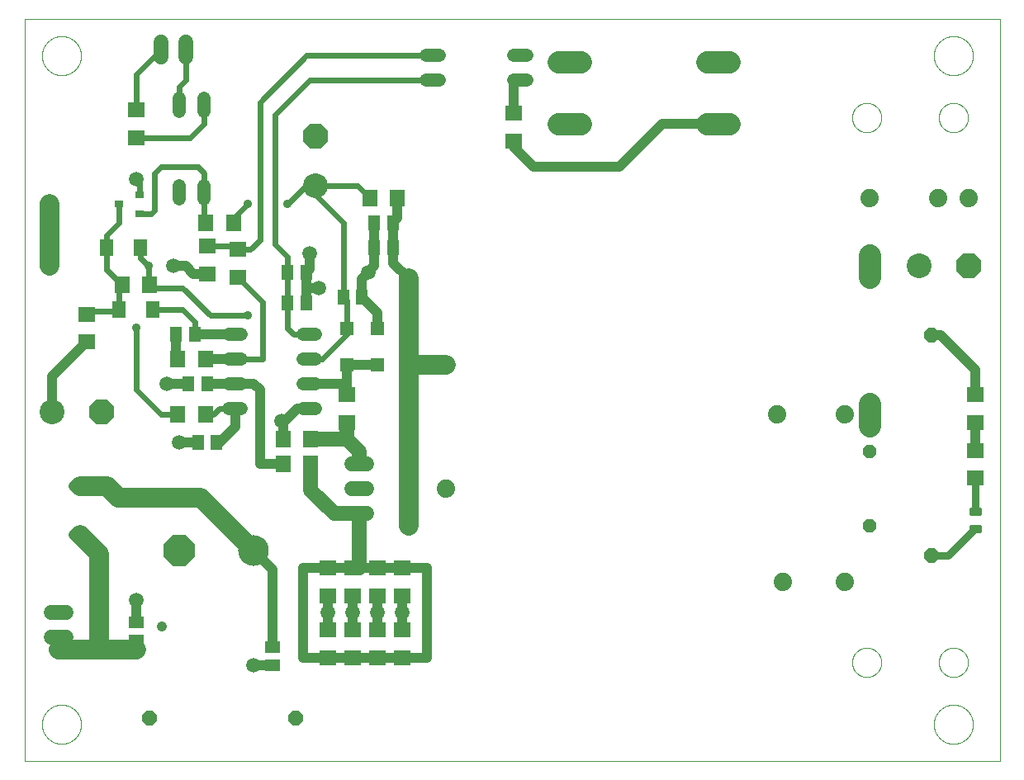
<source format=gtl>
G75*
%MOIN*%
%OFA0B0*%
%FSLAX25Y25*%
%IPPOS*%
%LPD*%
%AMOC8*
5,1,8,0,0,1.08239X$1,22.5*
%
%ADD10C,0.00000*%
%ADD11C,0.08850*%
%ADD12R,0.07098X0.06299*%
%ADD13C,0.05200*%
%ADD14R,0.05118X0.05906*%
%ADD15R,0.06299X0.07098*%
%ADD16C,0.10000*%
%ADD17OC8,0.10000*%
%ADD18R,0.05512X0.05512*%
%ADD19C,0.06000*%
%ADD20R,0.05512X0.07087*%
%ADD21R,0.03543X0.03150*%
%ADD22C,0.04756*%
%ADD23OC8,0.12400*%
%ADD24C,0.12400*%
%ADD25R,0.05906X0.05118*%
%ADD26OC8,0.06000*%
%ADD27OC8,0.05600*%
%ADD28C,0.07400*%
%ADD29C,0.00875*%
%ADD30C,0.05937*%
%ADD31C,0.04000*%
%ADD32C,0.05906*%
%ADD33C,0.03937*%
%ADD34C,0.02400*%
%ADD35C,0.04100*%
%ADD36C,0.07874*%
%ADD37C,0.03569*%
%ADD38C,0.03150*%
D10*
X0014325Y0003000D02*
X0014325Y0302961D01*
X0408026Y0302961D01*
X0408026Y0003000D01*
X0014325Y0003000D01*
X0021451Y0018000D02*
X0021453Y0018193D01*
X0021460Y0018386D01*
X0021472Y0018579D01*
X0021489Y0018772D01*
X0021510Y0018964D01*
X0021536Y0019155D01*
X0021567Y0019346D01*
X0021602Y0019536D01*
X0021642Y0019725D01*
X0021687Y0019913D01*
X0021736Y0020100D01*
X0021790Y0020286D01*
X0021848Y0020470D01*
X0021911Y0020653D01*
X0021979Y0020834D01*
X0022050Y0021013D01*
X0022127Y0021191D01*
X0022207Y0021367D01*
X0022292Y0021540D01*
X0022381Y0021712D01*
X0022474Y0021881D01*
X0022571Y0022048D01*
X0022673Y0022213D01*
X0022778Y0022375D01*
X0022887Y0022534D01*
X0023001Y0022691D01*
X0023118Y0022844D01*
X0023238Y0022995D01*
X0023363Y0023143D01*
X0023491Y0023288D01*
X0023622Y0023429D01*
X0023757Y0023568D01*
X0023896Y0023703D01*
X0024037Y0023834D01*
X0024182Y0023962D01*
X0024330Y0024087D01*
X0024481Y0024207D01*
X0024634Y0024324D01*
X0024791Y0024438D01*
X0024950Y0024547D01*
X0025112Y0024652D01*
X0025277Y0024754D01*
X0025444Y0024851D01*
X0025613Y0024944D01*
X0025785Y0025033D01*
X0025958Y0025118D01*
X0026134Y0025198D01*
X0026312Y0025275D01*
X0026491Y0025346D01*
X0026672Y0025414D01*
X0026855Y0025477D01*
X0027039Y0025535D01*
X0027225Y0025589D01*
X0027412Y0025638D01*
X0027600Y0025683D01*
X0027789Y0025723D01*
X0027979Y0025758D01*
X0028170Y0025789D01*
X0028361Y0025815D01*
X0028553Y0025836D01*
X0028746Y0025853D01*
X0028939Y0025865D01*
X0029132Y0025872D01*
X0029325Y0025874D01*
X0029518Y0025872D01*
X0029711Y0025865D01*
X0029904Y0025853D01*
X0030097Y0025836D01*
X0030289Y0025815D01*
X0030480Y0025789D01*
X0030671Y0025758D01*
X0030861Y0025723D01*
X0031050Y0025683D01*
X0031238Y0025638D01*
X0031425Y0025589D01*
X0031611Y0025535D01*
X0031795Y0025477D01*
X0031978Y0025414D01*
X0032159Y0025346D01*
X0032338Y0025275D01*
X0032516Y0025198D01*
X0032692Y0025118D01*
X0032865Y0025033D01*
X0033037Y0024944D01*
X0033206Y0024851D01*
X0033373Y0024754D01*
X0033538Y0024652D01*
X0033700Y0024547D01*
X0033859Y0024438D01*
X0034016Y0024324D01*
X0034169Y0024207D01*
X0034320Y0024087D01*
X0034468Y0023962D01*
X0034613Y0023834D01*
X0034754Y0023703D01*
X0034893Y0023568D01*
X0035028Y0023429D01*
X0035159Y0023288D01*
X0035287Y0023143D01*
X0035412Y0022995D01*
X0035532Y0022844D01*
X0035649Y0022691D01*
X0035763Y0022534D01*
X0035872Y0022375D01*
X0035977Y0022213D01*
X0036079Y0022048D01*
X0036176Y0021881D01*
X0036269Y0021712D01*
X0036358Y0021540D01*
X0036443Y0021367D01*
X0036523Y0021191D01*
X0036600Y0021013D01*
X0036671Y0020834D01*
X0036739Y0020653D01*
X0036802Y0020470D01*
X0036860Y0020286D01*
X0036914Y0020100D01*
X0036963Y0019913D01*
X0037008Y0019725D01*
X0037048Y0019536D01*
X0037083Y0019346D01*
X0037114Y0019155D01*
X0037140Y0018964D01*
X0037161Y0018772D01*
X0037178Y0018579D01*
X0037190Y0018386D01*
X0037197Y0018193D01*
X0037199Y0018000D01*
X0037197Y0017807D01*
X0037190Y0017614D01*
X0037178Y0017421D01*
X0037161Y0017228D01*
X0037140Y0017036D01*
X0037114Y0016845D01*
X0037083Y0016654D01*
X0037048Y0016464D01*
X0037008Y0016275D01*
X0036963Y0016087D01*
X0036914Y0015900D01*
X0036860Y0015714D01*
X0036802Y0015530D01*
X0036739Y0015347D01*
X0036671Y0015166D01*
X0036600Y0014987D01*
X0036523Y0014809D01*
X0036443Y0014633D01*
X0036358Y0014460D01*
X0036269Y0014288D01*
X0036176Y0014119D01*
X0036079Y0013952D01*
X0035977Y0013787D01*
X0035872Y0013625D01*
X0035763Y0013466D01*
X0035649Y0013309D01*
X0035532Y0013156D01*
X0035412Y0013005D01*
X0035287Y0012857D01*
X0035159Y0012712D01*
X0035028Y0012571D01*
X0034893Y0012432D01*
X0034754Y0012297D01*
X0034613Y0012166D01*
X0034468Y0012038D01*
X0034320Y0011913D01*
X0034169Y0011793D01*
X0034016Y0011676D01*
X0033859Y0011562D01*
X0033700Y0011453D01*
X0033538Y0011348D01*
X0033373Y0011246D01*
X0033206Y0011149D01*
X0033037Y0011056D01*
X0032865Y0010967D01*
X0032692Y0010882D01*
X0032516Y0010802D01*
X0032338Y0010725D01*
X0032159Y0010654D01*
X0031978Y0010586D01*
X0031795Y0010523D01*
X0031611Y0010465D01*
X0031425Y0010411D01*
X0031238Y0010362D01*
X0031050Y0010317D01*
X0030861Y0010277D01*
X0030671Y0010242D01*
X0030480Y0010211D01*
X0030289Y0010185D01*
X0030097Y0010164D01*
X0029904Y0010147D01*
X0029711Y0010135D01*
X0029518Y0010128D01*
X0029325Y0010126D01*
X0029132Y0010128D01*
X0028939Y0010135D01*
X0028746Y0010147D01*
X0028553Y0010164D01*
X0028361Y0010185D01*
X0028170Y0010211D01*
X0027979Y0010242D01*
X0027789Y0010277D01*
X0027600Y0010317D01*
X0027412Y0010362D01*
X0027225Y0010411D01*
X0027039Y0010465D01*
X0026855Y0010523D01*
X0026672Y0010586D01*
X0026491Y0010654D01*
X0026312Y0010725D01*
X0026134Y0010802D01*
X0025958Y0010882D01*
X0025785Y0010967D01*
X0025613Y0011056D01*
X0025444Y0011149D01*
X0025277Y0011246D01*
X0025112Y0011348D01*
X0024950Y0011453D01*
X0024791Y0011562D01*
X0024634Y0011676D01*
X0024481Y0011793D01*
X0024330Y0011913D01*
X0024182Y0012038D01*
X0024037Y0012166D01*
X0023896Y0012297D01*
X0023757Y0012432D01*
X0023622Y0012571D01*
X0023491Y0012712D01*
X0023363Y0012857D01*
X0023238Y0013005D01*
X0023118Y0013156D01*
X0023001Y0013309D01*
X0022887Y0013466D01*
X0022778Y0013625D01*
X0022673Y0013787D01*
X0022571Y0013952D01*
X0022474Y0014119D01*
X0022381Y0014288D01*
X0022292Y0014460D01*
X0022207Y0014633D01*
X0022127Y0014809D01*
X0022050Y0014987D01*
X0021979Y0015166D01*
X0021911Y0015347D01*
X0021848Y0015530D01*
X0021790Y0015714D01*
X0021736Y0015900D01*
X0021687Y0016087D01*
X0021642Y0016275D01*
X0021602Y0016464D01*
X0021567Y0016654D01*
X0021536Y0016845D01*
X0021510Y0017036D01*
X0021489Y0017228D01*
X0021472Y0017421D01*
X0021460Y0017614D01*
X0021453Y0017807D01*
X0021451Y0018000D01*
X0348419Y0043000D02*
X0348421Y0043153D01*
X0348427Y0043307D01*
X0348437Y0043460D01*
X0348451Y0043612D01*
X0348469Y0043765D01*
X0348491Y0043916D01*
X0348516Y0044067D01*
X0348546Y0044218D01*
X0348580Y0044368D01*
X0348617Y0044516D01*
X0348658Y0044664D01*
X0348703Y0044810D01*
X0348752Y0044956D01*
X0348805Y0045100D01*
X0348861Y0045242D01*
X0348921Y0045383D01*
X0348985Y0045523D01*
X0349052Y0045661D01*
X0349123Y0045797D01*
X0349198Y0045931D01*
X0349275Y0046063D01*
X0349357Y0046193D01*
X0349441Y0046321D01*
X0349529Y0046447D01*
X0349620Y0046570D01*
X0349714Y0046691D01*
X0349812Y0046809D01*
X0349912Y0046925D01*
X0350016Y0047038D01*
X0350122Y0047149D01*
X0350231Y0047257D01*
X0350343Y0047362D01*
X0350457Y0047463D01*
X0350575Y0047562D01*
X0350694Y0047658D01*
X0350816Y0047751D01*
X0350941Y0047840D01*
X0351068Y0047927D01*
X0351197Y0048009D01*
X0351328Y0048089D01*
X0351461Y0048165D01*
X0351596Y0048238D01*
X0351733Y0048307D01*
X0351872Y0048372D01*
X0352012Y0048434D01*
X0352154Y0048492D01*
X0352297Y0048547D01*
X0352442Y0048598D01*
X0352588Y0048645D01*
X0352735Y0048688D01*
X0352883Y0048727D01*
X0353032Y0048763D01*
X0353182Y0048794D01*
X0353333Y0048822D01*
X0353484Y0048846D01*
X0353637Y0048866D01*
X0353789Y0048882D01*
X0353942Y0048894D01*
X0354095Y0048902D01*
X0354248Y0048906D01*
X0354402Y0048906D01*
X0354555Y0048902D01*
X0354708Y0048894D01*
X0354861Y0048882D01*
X0355013Y0048866D01*
X0355166Y0048846D01*
X0355317Y0048822D01*
X0355468Y0048794D01*
X0355618Y0048763D01*
X0355767Y0048727D01*
X0355915Y0048688D01*
X0356062Y0048645D01*
X0356208Y0048598D01*
X0356353Y0048547D01*
X0356496Y0048492D01*
X0356638Y0048434D01*
X0356778Y0048372D01*
X0356917Y0048307D01*
X0357054Y0048238D01*
X0357189Y0048165D01*
X0357322Y0048089D01*
X0357453Y0048009D01*
X0357582Y0047927D01*
X0357709Y0047840D01*
X0357834Y0047751D01*
X0357956Y0047658D01*
X0358075Y0047562D01*
X0358193Y0047463D01*
X0358307Y0047362D01*
X0358419Y0047257D01*
X0358528Y0047149D01*
X0358634Y0047038D01*
X0358738Y0046925D01*
X0358838Y0046809D01*
X0358936Y0046691D01*
X0359030Y0046570D01*
X0359121Y0046447D01*
X0359209Y0046321D01*
X0359293Y0046193D01*
X0359375Y0046063D01*
X0359452Y0045931D01*
X0359527Y0045797D01*
X0359598Y0045661D01*
X0359665Y0045523D01*
X0359729Y0045383D01*
X0359789Y0045242D01*
X0359845Y0045100D01*
X0359898Y0044956D01*
X0359947Y0044810D01*
X0359992Y0044664D01*
X0360033Y0044516D01*
X0360070Y0044368D01*
X0360104Y0044218D01*
X0360134Y0044067D01*
X0360159Y0043916D01*
X0360181Y0043765D01*
X0360199Y0043612D01*
X0360213Y0043460D01*
X0360223Y0043307D01*
X0360229Y0043153D01*
X0360231Y0043000D01*
X0360229Y0042847D01*
X0360223Y0042693D01*
X0360213Y0042540D01*
X0360199Y0042388D01*
X0360181Y0042235D01*
X0360159Y0042084D01*
X0360134Y0041933D01*
X0360104Y0041782D01*
X0360070Y0041632D01*
X0360033Y0041484D01*
X0359992Y0041336D01*
X0359947Y0041190D01*
X0359898Y0041044D01*
X0359845Y0040900D01*
X0359789Y0040758D01*
X0359729Y0040617D01*
X0359665Y0040477D01*
X0359598Y0040339D01*
X0359527Y0040203D01*
X0359452Y0040069D01*
X0359375Y0039937D01*
X0359293Y0039807D01*
X0359209Y0039679D01*
X0359121Y0039553D01*
X0359030Y0039430D01*
X0358936Y0039309D01*
X0358838Y0039191D01*
X0358738Y0039075D01*
X0358634Y0038962D01*
X0358528Y0038851D01*
X0358419Y0038743D01*
X0358307Y0038638D01*
X0358193Y0038537D01*
X0358075Y0038438D01*
X0357956Y0038342D01*
X0357834Y0038249D01*
X0357709Y0038160D01*
X0357582Y0038073D01*
X0357453Y0037991D01*
X0357322Y0037911D01*
X0357189Y0037835D01*
X0357054Y0037762D01*
X0356917Y0037693D01*
X0356778Y0037628D01*
X0356638Y0037566D01*
X0356496Y0037508D01*
X0356353Y0037453D01*
X0356208Y0037402D01*
X0356062Y0037355D01*
X0355915Y0037312D01*
X0355767Y0037273D01*
X0355618Y0037237D01*
X0355468Y0037206D01*
X0355317Y0037178D01*
X0355166Y0037154D01*
X0355013Y0037134D01*
X0354861Y0037118D01*
X0354708Y0037106D01*
X0354555Y0037098D01*
X0354402Y0037094D01*
X0354248Y0037094D01*
X0354095Y0037098D01*
X0353942Y0037106D01*
X0353789Y0037118D01*
X0353637Y0037134D01*
X0353484Y0037154D01*
X0353333Y0037178D01*
X0353182Y0037206D01*
X0353032Y0037237D01*
X0352883Y0037273D01*
X0352735Y0037312D01*
X0352588Y0037355D01*
X0352442Y0037402D01*
X0352297Y0037453D01*
X0352154Y0037508D01*
X0352012Y0037566D01*
X0351872Y0037628D01*
X0351733Y0037693D01*
X0351596Y0037762D01*
X0351461Y0037835D01*
X0351328Y0037911D01*
X0351197Y0037991D01*
X0351068Y0038073D01*
X0350941Y0038160D01*
X0350816Y0038249D01*
X0350694Y0038342D01*
X0350575Y0038438D01*
X0350457Y0038537D01*
X0350343Y0038638D01*
X0350231Y0038743D01*
X0350122Y0038851D01*
X0350016Y0038962D01*
X0349912Y0039075D01*
X0349812Y0039191D01*
X0349714Y0039309D01*
X0349620Y0039430D01*
X0349529Y0039553D01*
X0349441Y0039679D01*
X0349357Y0039807D01*
X0349275Y0039937D01*
X0349198Y0040069D01*
X0349123Y0040203D01*
X0349052Y0040339D01*
X0348985Y0040477D01*
X0348921Y0040617D01*
X0348861Y0040758D01*
X0348805Y0040900D01*
X0348752Y0041044D01*
X0348703Y0041190D01*
X0348658Y0041336D01*
X0348617Y0041484D01*
X0348580Y0041632D01*
X0348546Y0041782D01*
X0348516Y0041933D01*
X0348491Y0042084D01*
X0348469Y0042235D01*
X0348451Y0042388D01*
X0348437Y0042540D01*
X0348427Y0042693D01*
X0348421Y0042847D01*
X0348419Y0043000D01*
X0383419Y0043000D02*
X0383421Y0043153D01*
X0383427Y0043307D01*
X0383437Y0043460D01*
X0383451Y0043612D01*
X0383469Y0043765D01*
X0383491Y0043916D01*
X0383516Y0044067D01*
X0383546Y0044218D01*
X0383580Y0044368D01*
X0383617Y0044516D01*
X0383658Y0044664D01*
X0383703Y0044810D01*
X0383752Y0044956D01*
X0383805Y0045100D01*
X0383861Y0045242D01*
X0383921Y0045383D01*
X0383985Y0045523D01*
X0384052Y0045661D01*
X0384123Y0045797D01*
X0384198Y0045931D01*
X0384275Y0046063D01*
X0384357Y0046193D01*
X0384441Y0046321D01*
X0384529Y0046447D01*
X0384620Y0046570D01*
X0384714Y0046691D01*
X0384812Y0046809D01*
X0384912Y0046925D01*
X0385016Y0047038D01*
X0385122Y0047149D01*
X0385231Y0047257D01*
X0385343Y0047362D01*
X0385457Y0047463D01*
X0385575Y0047562D01*
X0385694Y0047658D01*
X0385816Y0047751D01*
X0385941Y0047840D01*
X0386068Y0047927D01*
X0386197Y0048009D01*
X0386328Y0048089D01*
X0386461Y0048165D01*
X0386596Y0048238D01*
X0386733Y0048307D01*
X0386872Y0048372D01*
X0387012Y0048434D01*
X0387154Y0048492D01*
X0387297Y0048547D01*
X0387442Y0048598D01*
X0387588Y0048645D01*
X0387735Y0048688D01*
X0387883Y0048727D01*
X0388032Y0048763D01*
X0388182Y0048794D01*
X0388333Y0048822D01*
X0388484Y0048846D01*
X0388637Y0048866D01*
X0388789Y0048882D01*
X0388942Y0048894D01*
X0389095Y0048902D01*
X0389248Y0048906D01*
X0389402Y0048906D01*
X0389555Y0048902D01*
X0389708Y0048894D01*
X0389861Y0048882D01*
X0390013Y0048866D01*
X0390166Y0048846D01*
X0390317Y0048822D01*
X0390468Y0048794D01*
X0390618Y0048763D01*
X0390767Y0048727D01*
X0390915Y0048688D01*
X0391062Y0048645D01*
X0391208Y0048598D01*
X0391353Y0048547D01*
X0391496Y0048492D01*
X0391638Y0048434D01*
X0391778Y0048372D01*
X0391917Y0048307D01*
X0392054Y0048238D01*
X0392189Y0048165D01*
X0392322Y0048089D01*
X0392453Y0048009D01*
X0392582Y0047927D01*
X0392709Y0047840D01*
X0392834Y0047751D01*
X0392956Y0047658D01*
X0393075Y0047562D01*
X0393193Y0047463D01*
X0393307Y0047362D01*
X0393419Y0047257D01*
X0393528Y0047149D01*
X0393634Y0047038D01*
X0393738Y0046925D01*
X0393838Y0046809D01*
X0393936Y0046691D01*
X0394030Y0046570D01*
X0394121Y0046447D01*
X0394209Y0046321D01*
X0394293Y0046193D01*
X0394375Y0046063D01*
X0394452Y0045931D01*
X0394527Y0045797D01*
X0394598Y0045661D01*
X0394665Y0045523D01*
X0394729Y0045383D01*
X0394789Y0045242D01*
X0394845Y0045100D01*
X0394898Y0044956D01*
X0394947Y0044810D01*
X0394992Y0044664D01*
X0395033Y0044516D01*
X0395070Y0044368D01*
X0395104Y0044218D01*
X0395134Y0044067D01*
X0395159Y0043916D01*
X0395181Y0043765D01*
X0395199Y0043612D01*
X0395213Y0043460D01*
X0395223Y0043307D01*
X0395229Y0043153D01*
X0395231Y0043000D01*
X0395229Y0042847D01*
X0395223Y0042693D01*
X0395213Y0042540D01*
X0395199Y0042388D01*
X0395181Y0042235D01*
X0395159Y0042084D01*
X0395134Y0041933D01*
X0395104Y0041782D01*
X0395070Y0041632D01*
X0395033Y0041484D01*
X0394992Y0041336D01*
X0394947Y0041190D01*
X0394898Y0041044D01*
X0394845Y0040900D01*
X0394789Y0040758D01*
X0394729Y0040617D01*
X0394665Y0040477D01*
X0394598Y0040339D01*
X0394527Y0040203D01*
X0394452Y0040069D01*
X0394375Y0039937D01*
X0394293Y0039807D01*
X0394209Y0039679D01*
X0394121Y0039553D01*
X0394030Y0039430D01*
X0393936Y0039309D01*
X0393838Y0039191D01*
X0393738Y0039075D01*
X0393634Y0038962D01*
X0393528Y0038851D01*
X0393419Y0038743D01*
X0393307Y0038638D01*
X0393193Y0038537D01*
X0393075Y0038438D01*
X0392956Y0038342D01*
X0392834Y0038249D01*
X0392709Y0038160D01*
X0392582Y0038073D01*
X0392453Y0037991D01*
X0392322Y0037911D01*
X0392189Y0037835D01*
X0392054Y0037762D01*
X0391917Y0037693D01*
X0391778Y0037628D01*
X0391638Y0037566D01*
X0391496Y0037508D01*
X0391353Y0037453D01*
X0391208Y0037402D01*
X0391062Y0037355D01*
X0390915Y0037312D01*
X0390767Y0037273D01*
X0390618Y0037237D01*
X0390468Y0037206D01*
X0390317Y0037178D01*
X0390166Y0037154D01*
X0390013Y0037134D01*
X0389861Y0037118D01*
X0389708Y0037106D01*
X0389555Y0037098D01*
X0389402Y0037094D01*
X0389248Y0037094D01*
X0389095Y0037098D01*
X0388942Y0037106D01*
X0388789Y0037118D01*
X0388637Y0037134D01*
X0388484Y0037154D01*
X0388333Y0037178D01*
X0388182Y0037206D01*
X0388032Y0037237D01*
X0387883Y0037273D01*
X0387735Y0037312D01*
X0387588Y0037355D01*
X0387442Y0037402D01*
X0387297Y0037453D01*
X0387154Y0037508D01*
X0387012Y0037566D01*
X0386872Y0037628D01*
X0386733Y0037693D01*
X0386596Y0037762D01*
X0386461Y0037835D01*
X0386328Y0037911D01*
X0386197Y0037991D01*
X0386068Y0038073D01*
X0385941Y0038160D01*
X0385816Y0038249D01*
X0385694Y0038342D01*
X0385575Y0038438D01*
X0385457Y0038537D01*
X0385343Y0038638D01*
X0385231Y0038743D01*
X0385122Y0038851D01*
X0385016Y0038962D01*
X0384912Y0039075D01*
X0384812Y0039191D01*
X0384714Y0039309D01*
X0384620Y0039430D01*
X0384529Y0039553D01*
X0384441Y0039679D01*
X0384357Y0039807D01*
X0384275Y0039937D01*
X0384198Y0040069D01*
X0384123Y0040203D01*
X0384052Y0040339D01*
X0383985Y0040477D01*
X0383921Y0040617D01*
X0383861Y0040758D01*
X0383805Y0040900D01*
X0383752Y0041044D01*
X0383703Y0041190D01*
X0383658Y0041336D01*
X0383617Y0041484D01*
X0383580Y0041632D01*
X0383546Y0041782D01*
X0383516Y0041933D01*
X0383491Y0042084D01*
X0383469Y0042235D01*
X0383451Y0042388D01*
X0383437Y0042540D01*
X0383427Y0042693D01*
X0383421Y0042847D01*
X0383419Y0043000D01*
X0381451Y0018000D02*
X0381453Y0018193D01*
X0381460Y0018386D01*
X0381472Y0018579D01*
X0381489Y0018772D01*
X0381510Y0018964D01*
X0381536Y0019155D01*
X0381567Y0019346D01*
X0381602Y0019536D01*
X0381642Y0019725D01*
X0381687Y0019913D01*
X0381736Y0020100D01*
X0381790Y0020286D01*
X0381848Y0020470D01*
X0381911Y0020653D01*
X0381979Y0020834D01*
X0382050Y0021013D01*
X0382127Y0021191D01*
X0382207Y0021367D01*
X0382292Y0021540D01*
X0382381Y0021712D01*
X0382474Y0021881D01*
X0382571Y0022048D01*
X0382673Y0022213D01*
X0382778Y0022375D01*
X0382887Y0022534D01*
X0383001Y0022691D01*
X0383118Y0022844D01*
X0383238Y0022995D01*
X0383363Y0023143D01*
X0383491Y0023288D01*
X0383622Y0023429D01*
X0383757Y0023568D01*
X0383896Y0023703D01*
X0384037Y0023834D01*
X0384182Y0023962D01*
X0384330Y0024087D01*
X0384481Y0024207D01*
X0384634Y0024324D01*
X0384791Y0024438D01*
X0384950Y0024547D01*
X0385112Y0024652D01*
X0385277Y0024754D01*
X0385444Y0024851D01*
X0385613Y0024944D01*
X0385785Y0025033D01*
X0385958Y0025118D01*
X0386134Y0025198D01*
X0386312Y0025275D01*
X0386491Y0025346D01*
X0386672Y0025414D01*
X0386855Y0025477D01*
X0387039Y0025535D01*
X0387225Y0025589D01*
X0387412Y0025638D01*
X0387600Y0025683D01*
X0387789Y0025723D01*
X0387979Y0025758D01*
X0388170Y0025789D01*
X0388361Y0025815D01*
X0388553Y0025836D01*
X0388746Y0025853D01*
X0388939Y0025865D01*
X0389132Y0025872D01*
X0389325Y0025874D01*
X0389518Y0025872D01*
X0389711Y0025865D01*
X0389904Y0025853D01*
X0390097Y0025836D01*
X0390289Y0025815D01*
X0390480Y0025789D01*
X0390671Y0025758D01*
X0390861Y0025723D01*
X0391050Y0025683D01*
X0391238Y0025638D01*
X0391425Y0025589D01*
X0391611Y0025535D01*
X0391795Y0025477D01*
X0391978Y0025414D01*
X0392159Y0025346D01*
X0392338Y0025275D01*
X0392516Y0025198D01*
X0392692Y0025118D01*
X0392865Y0025033D01*
X0393037Y0024944D01*
X0393206Y0024851D01*
X0393373Y0024754D01*
X0393538Y0024652D01*
X0393700Y0024547D01*
X0393859Y0024438D01*
X0394016Y0024324D01*
X0394169Y0024207D01*
X0394320Y0024087D01*
X0394468Y0023962D01*
X0394613Y0023834D01*
X0394754Y0023703D01*
X0394893Y0023568D01*
X0395028Y0023429D01*
X0395159Y0023288D01*
X0395287Y0023143D01*
X0395412Y0022995D01*
X0395532Y0022844D01*
X0395649Y0022691D01*
X0395763Y0022534D01*
X0395872Y0022375D01*
X0395977Y0022213D01*
X0396079Y0022048D01*
X0396176Y0021881D01*
X0396269Y0021712D01*
X0396358Y0021540D01*
X0396443Y0021367D01*
X0396523Y0021191D01*
X0396600Y0021013D01*
X0396671Y0020834D01*
X0396739Y0020653D01*
X0396802Y0020470D01*
X0396860Y0020286D01*
X0396914Y0020100D01*
X0396963Y0019913D01*
X0397008Y0019725D01*
X0397048Y0019536D01*
X0397083Y0019346D01*
X0397114Y0019155D01*
X0397140Y0018964D01*
X0397161Y0018772D01*
X0397178Y0018579D01*
X0397190Y0018386D01*
X0397197Y0018193D01*
X0397199Y0018000D01*
X0397197Y0017807D01*
X0397190Y0017614D01*
X0397178Y0017421D01*
X0397161Y0017228D01*
X0397140Y0017036D01*
X0397114Y0016845D01*
X0397083Y0016654D01*
X0397048Y0016464D01*
X0397008Y0016275D01*
X0396963Y0016087D01*
X0396914Y0015900D01*
X0396860Y0015714D01*
X0396802Y0015530D01*
X0396739Y0015347D01*
X0396671Y0015166D01*
X0396600Y0014987D01*
X0396523Y0014809D01*
X0396443Y0014633D01*
X0396358Y0014460D01*
X0396269Y0014288D01*
X0396176Y0014119D01*
X0396079Y0013952D01*
X0395977Y0013787D01*
X0395872Y0013625D01*
X0395763Y0013466D01*
X0395649Y0013309D01*
X0395532Y0013156D01*
X0395412Y0013005D01*
X0395287Y0012857D01*
X0395159Y0012712D01*
X0395028Y0012571D01*
X0394893Y0012432D01*
X0394754Y0012297D01*
X0394613Y0012166D01*
X0394468Y0012038D01*
X0394320Y0011913D01*
X0394169Y0011793D01*
X0394016Y0011676D01*
X0393859Y0011562D01*
X0393700Y0011453D01*
X0393538Y0011348D01*
X0393373Y0011246D01*
X0393206Y0011149D01*
X0393037Y0011056D01*
X0392865Y0010967D01*
X0392692Y0010882D01*
X0392516Y0010802D01*
X0392338Y0010725D01*
X0392159Y0010654D01*
X0391978Y0010586D01*
X0391795Y0010523D01*
X0391611Y0010465D01*
X0391425Y0010411D01*
X0391238Y0010362D01*
X0391050Y0010317D01*
X0390861Y0010277D01*
X0390671Y0010242D01*
X0390480Y0010211D01*
X0390289Y0010185D01*
X0390097Y0010164D01*
X0389904Y0010147D01*
X0389711Y0010135D01*
X0389518Y0010128D01*
X0389325Y0010126D01*
X0389132Y0010128D01*
X0388939Y0010135D01*
X0388746Y0010147D01*
X0388553Y0010164D01*
X0388361Y0010185D01*
X0388170Y0010211D01*
X0387979Y0010242D01*
X0387789Y0010277D01*
X0387600Y0010317D01*
X0387412Y0010362D01*
X0387225Y0010411D01*
X0387039Y0010465D01*
X0386855Y0010523D01*
X0386672Y0010586D01*
X0386491Y0010654D01*
X0386312Y0010725D01*
X0386134Y0010802D01*
X0385958Y0010882D01*
X0385785Y0010967D01*
X0385613Y0011056D01*
X0385444Y0011149D01*
X0385277Y0011246D01*
X0385112Y0011348D01*
X0384950Y0011453D01*
X0384791Y0011562D01*
X0384634Y0011676D01*
X0384481Y0011793D01*
X0384330Y0011913D01*
X0384182Y0012038D01*
X0384037Y0012166D01*
X0383896Y0012297D01*
X0383757Y0012432D01*
X0383622Y0012571D01*
X0383491Y0012712D01*
X0383363Y0012857D01*
X0383238Y0013005D01*
X0383118Y0013156D01*
X0383001Y0013309D01*
X0382887Y0013466D01*
X0382778Y0013625D01*
X0382673Y0013787D01*
X0382571Y0013952D01*
X0382474Y0014119D01*
X0382381Y0014288D01*
X0382292Y0014460D01*
X0382207Y0014633D01*
X0382127Y0014809D01*
X0382050Y0014987D01*
X0381979Y0015166D01*
X0381911Y0015347D01*
X0381848Y0015530D01*
X0381790Y0015714D01*
X0381736Y0015900D01*
X0381687Y0016087D01*
X0381642Y0016275D01*
X0381602Y0016464D01*
X0381567Y0016654D01*
X0381536Y0016845D01*
X0381510Y0017036D01*
X0381489Y0017228D01*
X0381472Y0017421D01*
X0381460Y0017614D01*
X0381453Y0017807D01*
X0381451Y0018000D01*
X0383419Y0263000D02*
X0383421Y0263153D01*
X0383427Y0263307D01*
X0383437Y0263460D01*
X0383451Y0263612D01*
X0383469Y0263765D01*
X0383491Y0263916D01*
X0383516Y0264067D01*
X0383546Y0264218D01*
X0383580Y0264368D01*
X0383617Y0264516D01*
X0383658Y0264664D01*
X0383703Y0264810D01*
X0383752Y0264956D01*
X0383805Y0265100D01*
X0383861Y0265242D01*
X0383921Y0265383D01*
X0383985Y0265523D01*
X0384052Y0265661D01*
X0384123Y0265797D01*
X0384198Y0265931D01*
X0384275Y0266063D01*
X0384357Y0266193D01*
X0384441Y0266321D01*
X0384529Y0266447D01*
X0384620Y0266570D01*
X0384714Y0266691D01*
X0384812Y0266809D01*
X0384912Y0266925D01*
X0385016Y0267038D01*
X0385122Y0267149D01*
X0385231Y0267257D01*
X0385343Y0267362D01*
X0385457Y0267463D01*
X0385575Y0267562D01*
X0385694Y0267658D01*
X0385816Y0267751D01*
X0385941Y0267840D01*
X0386068Y0267927D01*
X0386197Y0268009D01*
X0386328Y0268089D01*
X0386461Y0268165D01*
X0386596Y0268238D01*
X0386733Y0268307D01*
X0386872Y0268372D01*
X0387012Y0268434D01*
X0387154Y0268492D01*
X0387297Y0268547D01*
X0387442Y0268598D01*
X0387588Y0268645D01*
X0387735Y0268688D01*
X0387883Y0268727D01*
X0388032Y0268763D01*
X0388182Y0268794D01*
X0388333Y0268822D01*
X0388484Y0268846D01*
X0388637Y0268866D01*
X0388789Y0268882D01*
X0388942Y0268894D01*
X0389095Y0268902D01*
X0389248Y0268906D01*
X0389402Y0268906D01*
X0389555Y0268902D01*
X0389708Y0268894D01*
X0389861Y0268882D01*
X0390013Y0268866D01*
X0390166Y0268846D01*
X0390317Y0268822D01*
X0390468Y0268794D01*
X0390618Y0268763D01*
X0390767Y0268727D01*
X0390915Y0268688D01*
X0391062Y0268645D01*
X0391208Y0268598D01*
X0391353Y0268547D01*
X0391496Y0268492D01*
X0391638Y0268434D01*
X0391778Y0268372D01*
X0391917Y0268307D01*
X0392054Y0268238D01*
X0392189Y0268165D01*
X0392322Y0268089D01*
X0392453Y0268009D01*
X0392582Y0267927D01*
X0392709Y0267840D01*
X0392834Y0267751D01*
X0392956Y0267658D01*
X0393075Y0267562D01*
X0393193Y0267463D01*
X0393307Y0267362D01*
X0393419Y0267257D01*
X0393528Y0267149D01*
X0393634Y0267038D01*
X0393738Y0266925D01*
X0393838Y0266809D01*
X0393936Y0266691D01*
X0394030Y0266570D01*
X0394121Y0266447D01*
X0394209Y0266321D01*
X0394293Y0266193D01*
X0394375Y0266063D01*
X0394452Y0265931D01*
X0394527Y0265797D01*
X0394598Y0265661D01*
X0394665Y0265523D01*
X0394729Y0265383D01*
X0394789Y0265242D01*
X0394845Y0265100D01*
X0394898Y0264956D01*
X0394947Y0264810D01*
X0394992Y0264664D01*
X0395033Y0264516D01*
X0395070Y0264368D01*
X0395104Y0264218D01*
X0395134Y0264067D01*
X0395159Y0263916D01*
X0395181Y0263765D01*
X0395199Y0263612D01*
X0395213Y0263460D01*
X0395223Y0263307D01*
X0395229Y0263153D01*
X0395231Y0263000D01*
X0395229Y0262847D01*
X0395223Y0262693D01*
X0395213Y0262540D01*
X0395199Y0262388D01*
X0395181Y0262235D01*
X0395159Y0262084D01*
X0395134Y0261933D01*
X0395104Y0261782D01*
X0395070Y0261632D01*
X0395033Y0261484D01*
X0394992Y0261336D01*
X0394947Y0261190D01*
X0394898Y0261044D01*
X0394845Y0260900D01*
X0394789Y0260758D01*
X0394729Y0260617D01*
X0394665Y0260477D01*
X0394598Y0260339D01*
X0394527Y0260203D01*
X0394452Y0260069D01*
X0394375Y0259937D01*
X0394293Y0259807D01*
X0394209Y0259679D01*
X0394121Y0259553D01*
X0394030Y0259430D01*
X0393936Y0259309D01*
X0393838Y0259191D01*
X0393738Y0259075D01*
X0393634Y0258962D01*
X0393528Y0258851D01*
X0393419Y0258743D01*
X0393307Y0258638D01*
X0393193Y0258537D01*
X0393075Y0258438D01*
X0392956Y0258342D01*
X0392834Y0258249D01*
X0392709Y0258160D01*
X0392582Y0258073D01*
X0392453Y0257991D01*
X0392322Y0257911D01*
X0392189Y0257835D01*
X0392054Y0257762D01*
X0391917Y0257693D01*
X0391778Y0257628D01*
X0391638Y0257566D01*
X0391496Y0257508D01*
X0391353Y0257453D01*
X0391208Y0257402D01*
X0391062Y0257355D01*
X0390915Y0257312D01*
X0390767Y0257273D01*
X0390618Y0257237D01*
X0390468Y0257206D01*
X0390317Y0257178D01*
X0390166Y0257154D01*
X0390013Y0257134D01*
X0389861Y0257118D01*
X0389708Y0257106D01*
X0389555Y0257098D01*
X0389402Y0257094D01*
X0389248Y0257094D01*
X0389095Y0257098D01*
X0388942Y0257106D01*
X0388789Y0257118D01*
X0388637Y0257134D01*
X0388484Y0257154D01*
X0388333Y0257178D01*
X0388182Y0257206D01*
X0388032Y0257237D01*
X0387883Y0257273D01*
X0387735Y0257312D01*
X0387588Y0257355D01*
X0387442Y0257402D01*
X0387297Y0257453D01*
X0387154Y0257508D01*
X0387012Y0257566D01*
X0386872Y0257628D01*
X0386733Y0257693D01*
X0386596Y0257762D01*
X0386461Y0257835D01*
X0386328Y0257911D01*
X0386197Y0257991D01*
X0386068Y0258073D01*
X0385941Y0258160D01*
X0385816Y0258249D01*
X0385694Y0258342D01*
X0385575Y0258438D01*
X0385457Y0258537D01*
X0385343Y0258638D01*
X0385231Y0258743D01*
X0385122Y0258851D01*
X0385016Y0258962D01*
X0384912Y0259075D01*
X0384812Y0259191D01*
X0384714Y0259309D01*
X0384620Y0259430D01*
X0384529Y0259553D01*
X0384441Y0259679D01*
X0384357Y0259807D01*
X0384275Y0259937D01*
X0384198Y0260069D01*
X0384123Y0260203D01*
X0384052Y0260339D01*
X0383985Y0260477D01*
X0383921Y0260617D01*
X0383861Y0260758D01*
X0383805Y0260900D01*
X0383752Y0261044D01*
X0383703Y0261190D01*
X0383658Y0261336D01*
X0383617Y0261484D01*
X0383580Y0261632D01*
X0383546Y0261782D01*
X0383516Y0261933D01*
X0383491Y0262084D01*
X0383469Y0262235D01*
X0383451Y0262388D01*
X0383437Y0262540D01*
X0383427Y0262693D01*
X0383421Y0262847D01*
X0383419Y0263000D01*
X0348419Y0263000D02*
X0348421Y0263153D01*
X0348427Y0263307D01*
X0348437Y0263460D01*
X0348451Y0263612D01*
X0348469Y0263765D01*
X0348491Y0263916D01*
X0348516Y0264067D01*
X0348546Y0264218D01*
X0348580Y0264368D01*
X0348617Y0264516D01*
X0348658Y0264664D01*
X0348703Y0264810D01*
X0348752Y0264956D01*
X0348805Y0265100D01*
X0348861Y0265242D01*
X0348921Y0265383D01*
X0348985Y0265523D01*
X0349052Y0265661D01*
X0349123Y0265797D01*
X0349198Y0265931D01*
X0349275Y0266063D01*
X0349357Y0266193D01*
X0349441Y0266321D01*
X0349529Y0266447D01*
X0349620Y0266570D01*
X0349714Y0266691D01*
X0349812Y0266809D01*
X0349912Y0266925D01*
X0350016Y0267038D01*
X0350122Y0267149D01*
X0350231Y0267257D01*
X0350343Y0267362D01*
X0350457Y0267463D01*
X0350575Y0267562D01*
X0350694Y0267658D01*
X0350816Y0267751D01*
X0350941Y0267840D01*
X0351068Y0267927D01*
X0351197Y0268009D01*
X0351328Y0268089D01*
X0351461Y0268165D01*
X0351596Y0268238D01*
X0351733Y0268307D01*
X0351872Y0268372D01*
X0352012Y0268434D01*
X0352154Y0268492D01*
X0352297Y0268547D01*
X0352442Y0268598D01*
X0352588Y0268645D01*
X0352735Y0268688D01*
X0352883Y0268727D01*
X0353032Y0268763D01*
X0353182Y0268794D01*
X0353333Y0268822D01*
X0353484Y0268846D01*
X0353637Y0268866D01*
X0353789Y0268882D01*
X0353942Y0268894D01*
X0354095Y0268902D01*
X0354248Y0268906D01*
X0354402Y0268906D01*
X0354555Y0268902D01*
X0354708Y0268894D01*
X0354861Y0268882D01*
X0355013Y0268866D01*
X0355166Y0268846D01*
X0355317Y0268822D01*
X0355468Y0268794D01*
X0355618Y0268763D01*
X0355767Y0268727D01*
X0355915Y0268688D01*
X0356062Y0268645D01*
X0356208Y0268598D01*
X0356353Y0268547D01*
X0356496Y0268492D01*
X0356638Y0268434D01*
X0356778Y0268372D01*
X0356917Y0268307D01*
X0357054Y0268238D01*
X0357189Y0268165D01*
X0357322Y0268089D01*
X0357453Y0268009D01*
X0357582Y0267927D01*
X0357709Y0267840D01*
X0357834Y0267751D01*
X0357956Y0267658D01*
X0358075Y0267562D01*
X0358193Y0267463D01*
X0358307Y0267362D01*
X0358419Y0267257D01*
X0358528Y0267149D01*
X0358634Y0267038D01*
X0358738Y0266925D01*
X0358838Y0266809D01*
X0358936Y0266691D01*
X0359030Y0266570D01*
X0359121Y0266447D01*
X0359209Y0266321D01*
X0359293Y0266193D01*
X0359375Y0266063D01*
X0359452Y0265931D01*
X0359527Y0265797D01*
X0359598Y0265661D01*
X0359665Y0265523D01*
X0359729Y0265383D01*
X0359789Y0265242D01*
X0359845Y0265100D01*
X0359898Y0264956D01*
X0359947Y0264810D01*
X0359992Y0264664D01*
X0360033Y0264516D01*
X0360070Y0264368D01*
X0360104Y0264218D01*
X0360134Y0264067D01*
X0360159Y0263916D01*
X0360181Y0263765D01*
X0360199Y0263612D01*
X0360213Y0263460D01*
X0360223Y0263307D01*
X0360229Y0263153D01*
X0360231Y0263000D01*
X0360229Y0262847D01*
X0360223Y0262693D01*
X0360213Y0262540D01*
X0360199Y0262388D01*
X0360181Y0262235D01*
X0360159Y0262084D01*
X0360134Y0261933D01*
X0360104Y0261782D01*
X0360070Y0261632D01*
X0360033Y0261484D01*
X0359992Y0261336D01*
X0359947Y0261190D01*
X0359898Y0261044D01*
X0359845Y0260900D01*
X0359789Y0260758D01*
X0359729Y0260617D01*
X0359665Y0260477D01*
X0359598Y0260339D01*
X0359527Y0260203D01*
X0359452Y0260069D01*
X0359375Y0259937D01*
X0359293Y0259807D01*
X0359209Y0259679D01*
X0359121Y0259553D01*
X0359030Y0259430D01*
X0358936Y0259309D01*
X0358838Y0259191D01*
X0358738Y0259075D01*
X0358634Y0258962D01*
X0358528Y0258851D01*
X0358419Y0258743D01*
X0358307Y0258638D01*
X0358193Y0258537D01*
X0358075Y0258438D01*
X0357956Y0258342D01*
X0357834Y0258249D01*
X0357709Y0258160D01*
X0357582Y0258073D01*
X0357453Y0257991D01*
X0357322Y0257911D01*
X0357189Y0257835D01*
X0357054Y0257762D01*
X0356917Y0257693D01*
X0356778Y0257628D01*
X0356638Y0257566D01*
X0356496Y0257508D01*
X0356353Y0257453D01*
X0356208Y0257402D01*
X0356062Y0257355D01*
X0355915Y0257312D01*
X0355767Y0257273D01*
X0355618Y0257237D01*
X0355468Y0257206D01*
X0355317Y0257178D01*
X0355166Y0257154D01*
X0355013Y0257134D01*
X0354861Y0257118D01*
X0354708Y0257106D01*
X0354555Y0257098D01*
X0354402Y0257094D01*
X0354248Y0257094D01*
X0354095Y0257098D01*
X0353942Y0257106D01*
X0353789Y0257118D01*
X0353637Y0257134D01*
X0353484Y0257154D01*
X0353333Y0257178D01*
X0353182Y0257206D01*
X0353032Y0257237D01*
X0352883Y0257273D01*
X0352735Y0257312D01*
X0352588Y0257355D01*
X0352442Y0257402D01*
X0352297Y0257453D01*
X0352154Y0257508D01*
X0352012Y0257566D01*
X0351872Y0257628D01*
X0351733Y0257693D01*
X0351596Y0257762D01*
X0351461Y0257835D01*
X0351328Y0257911D01*
X0351197Y0257991D01*
X0351068Y0258073D01*
X0350941Y0258160D01*
X0350816Y0258249D01*
X0350694Y0258342D01*
X0350575Y0258438D01*
X0350457Y0258537D01*
X0350343Y0258638D01*
X0350231Y0258743D01*
X0350122Y0258851D01*
X0350016Y0258962D01*
X0349912Y0259075D01*
X0349812Y0259191D01*
X0349714Y0259309D01*
X0349620Y0259430D01*
X0349529Y0259553D01*
X0349441Y0259679D01*
X0349357Y0259807D01*
X0349275Y0259937D01*
X0349198Y0260069D01*
X0349123Y0260203D01*
X0349052Y0260339D01*
X0348985Y0260477D01*
X0348921Y0260617D01*
X0348861Y0260758D01*
X0348805Y0260900D01*
X0348752Y0261044D01*
X0348703Y0261190D01*
X0348658Y0261336D01*
X0348617Y0261484D01*
X0348580Y0261632D01*
X0348546Y0261782D01*
X0348516Y0261933D01*
X0348491Y0262084D01*
X0348469Y0262235D01*
X0348451Y0262388D01*
X0348437Y0262540D01*
X0348427Y0262693D01*
X0348421Y0262847D01*
X0348419Y0263000D01*
X0381451Y0288000D02*
X0381453Y0288193D01*
X0381460Y0288386D01*
X0381472Y0288579D01*
X0381489Y0288772D01*
X0381510Y0288964D01*
X0381536Y0289155D01*
X0381567Y0289346D01*
X0381602Y0289536D01*
X0381642Y0289725D01*
X0381687Y0289913D01*
X0381736Y0290100D01*
X0381790Y0290286D01*
X0381848Y0290470D01*
X0381911Y0290653D01*
X0381979Y0290834D01*
X0382050Y0291013D01*
X0382127Y0291191D01*
X0382207Y0291367D01*
X0382292Y0291540D01*
X0382381Y0291712D01*
X0382474Y0291881D01*
X0382571Y0292048D01*
X0382673Y0292213D01*
X0382778Y0292375D01*
X0382887Y0292534D01*
X0383001Y0292691D01*
X0383118Y0292844D01*
X0383238Y0292995D01*
X0383363Y0293143D01*
X0383491Y0293288D01*
X0383622Y0293429D01*
X0383757Y0293568D01*
X0383896Y0293703D01*
X0384037Y0293834D01*
X0384182Y0293962D01*
X0384330Y0294087D01*
X0384481Y0294207D01*
X0384634Y0294324D01*
X0384791Y0294438D01*
X0384950Y0294547D01*
X0385112Y0294652D01*
X0385277Y0294754D01*
X0385444Y0294851D01*
X0385613Y0294944D01*
X0385785Y0295033D01*
X0385958Y0295118D01*
X0386134Y0295198D01*
X0386312Y0295275D01*
X0386491Y0295346D01*
X0386672Y0295414D01*
X0386855Y0295477D01*
X0387039Y0295535D01*
X0387225Y0295589D01*
X0387412Y0295638D01*
X0387600Y0295683D01*
X0387789Y0295723D01*
X0387979Y0295758D01*
X0388170Y0295789D01*
X0388361Y0295815D01*
X0388553Y0295836D01*
X0388746Y0295853D01*
X0388939Y0295865D01*
X0389132Y0295872D01*
X0389325Y0295874D01*
X0389518Y0295872D01*
X0389711Y0295865D01*
X0389904Y0295853D01*
X0390097Y0295836D01*
X0390289Y0295815D01*
X0390480Y0295789D01*
X0390671Y0295758D01*
X0390861Y0295723D01*
X0391050Y0295683D01*
X0391238Y0295638D01*
X0391425Y0295589D01*
X0391611Y0295535D01*
X0391795Y0295477D01*
X0391978Y0295414D01*
X0392159Y0295346D01*
X0392338Y0295275D01*
X0392516Y0295198D01*
X0392692Y0295118D01*
X0392865Y0295033D01*
X0393037Y0294944D01*
X0393206Y0294851D01*
X0393373Y0294754D01*
X0393538Y0294652D01*
X0393700Y0294547D01*
X0393859Y0294438D01*
X0394016Y0294324D01*
X0394169Y0294207D01*
X0394320Y0294087D01*
X0394468Y0293962D01*
X0394613Y0293834D01*
X0394754Y0293703D01*
X0394893Y0293568D01*
X0395028Y0293429D01*
X0395159Y0293288D01*
X0395287Y0293143D01*
X0395412Y0292995D01*
X0395532Y0292844D01*
X0395649Y0292691D01*
X0395763Y0292534D01*
X0395872Y0292375D01*
X0395977Y0292213D01*
X0396079Y0292048D01*
X0396176Y0291881D01*
X0396269Y0291712D01*
X0396358Y0291540D01*
X0396443Y0291367D01*
X0396523Y0291191D01*
X0396600Y0291013D01*
X0396671Y0290834D01*
X0396739Y0290653D01*
X0396802Y0290470D01*
X0396860Y0290286D01*
X0396914Y0290100D01*
X0396963Y0289913D01*
X0397008Y0289725D01*
X0397048Y0289536D01*
X0397083Y0289346D01*
X0397114Y0289155D01*
X0397140Y0288964D01*
X0397161Y0288772D01*
X0397178Y0288579D01*
X0397190Y0288386D01*
X0397197Y0288193D01*
X0397199Y0288000D01*
X0397197Y0287807D01*
X0397190Y0287614D01*
X0397178Y0287421D01*
X0397161Y0287228D01*
X0397140Y0287036D01*
X0397114Y0286845D01*
X0397083Y0286654D01*
X0397048Y0286464D01*
X0397008Y0286275D01*
X0396963Y0286087D01*
X0396914Y0285900D01*
X0396860Y0285714D01*
X0396802Y0285530D01*
X0396739Y0285347D01*
X0396671Y0285166D01*
X0396600Y0284987D01*
X0396523Y0284809D01*
X0396443Y0284633D01*
X0396358Y0284460D01*
X0396269Y0284288D01*
X0396176Y0284119D01*
X0396079Y0283952D01*
X0395977Y0283787D01*
X0395872Y0283625D01*
X0395763Y0283466D01*
X0395649Y0283309D01*
X0395532Y0283156D01*
X0395412Y0283005D01*
X0395287Y0282857D01*
X0395159Y0282712D01*
X0395028Y0282571D01*
X0394893Y0282432D01*
X0394754Y0282297D01*
X0394613Y0282166D01*
X0394468Y0282038D01*
X0394320Y0281913D01*
X0394169Y0281793D01*
X0394016Y0281676D01*
X0393859Y0281562D01*
X0393700Y0281453D01*
X0393538Y0281348D01*
X0393373Y0281246D01*
X0393206Y0281149D01*
X0393037Y0281056D01*
X0392865Y0280967D01*
X0392692Y0280882D01*
X0392516Y0280802D01*
X0392338Y0280725D01*
X0392159Y0280654D01*
X0391978Y0280586D01*
X0391795Y0280523D01*
X0391611Y0280465D01*
X0391425Y0280411D01*
X0391238Y0280362D01*
X0391050Y0280317D01*
X0390861Y0280277D01*
X0390671Y0280242D01*
X0390480Y0280211D01*
X0390289Y0280185D01*
X0390097Y0280164D01*
X0389904Y0280147D01*
X0389711Y0280135D01*
X0389518Y0280128D01*
X0389325Y0280126D01*
X0389132Y0280128D01*
X0388939Y0280135D01*
X0388746Y0280147D01*
X0388553Y0280164D01*
X0388361Y0280185D01*
X0388170Y0280211D01*
X0387979Y0280242D01*
X0387789Y0280277D01*
X0387600Y0280317D01*
X0387412Y0280362D01*
X0387225Y0280411D01*
X0387039Y0280465D01*
X0386855Y0280523D01*
X0386672Y0280586D01*
X0386491Y0280654D01*
X0386312Y0280725D01*
X0386134Y0280802D01*
X0385958Y0280882D01*
X0385785Y0280967D01*
X0385613Y0281056D01*
X0385444Y0281149D01*
X0385277Y0281246D01*
X0385112Y0281348D01*
X0384950Y0281453D01*
X0384791Y0281562D01*
X0384634Y0281676D01*
X0384481Y0281793D01*
X0384330Y0281913D01*
X0384182Y0282038D01*
X0384037Y0282166D01*
X0383896Y0282297D01*
X0383757Y0282432D01*
X0383622Y0282571D01*
X0383491Y0282712D01*
X0383363Y0282857D01*
X0383238Y0283005D01*
X0383118Y0283156D01*
X0383001Y0283309D01*
X0382887Y0283466D01*
X0382778Y0283625D01*
X0382673Y0283787D01*
X0382571Y0283952D01*
X0382474Y0284119D01*
X0382381Y0284288D01*
X0382292Y0284460D01*
X0382207Y0284633D01*
X0382127Y0284809D01*
X0382050Y0284987D01*
X0381979Y0285166D01*
X0381911Y0285347D01*
X0381848Y0285530D01*
X0381790Y0285714D01*
X0381736Y0285900D01*
X0381687Y0286087D01*
X0381642Y0286275D01*
X0381602Y0286464D01*
X0381567Y0286654D01*
X0381536Y0286845D01*
X0381510Y0287036D01*
X0381489Y0287228D01*
X0381472Y0287421D01*
X0381460Y0287614D01*
X0381453Y0287807D01*
X0381451Y0288000D01*
X0021451Y0288000D02*
X0021453Y0288193D01*
X0021460Y0288386D01*
X0021472Y0288579D01*
X0021489Y0288772D01*
X0021510Y0288964D01*
X0021536Y0289155D01*
X0021567Y0289346D01*
X0021602Y0289536D01*
X0021642Y0289725D01*
X0021687Y0289913D01*
X0021736Y0290100D01*
X0021790Y0290286D01*
X0021848Y0290470D01*
X0021911Y0290653D01*
X0021979Y0290834D01*
X0022050Y0291013D01*
X0022127Y0291191D01*
X0022207Y0291367D01*
X0022292Y0291540D01*
X0022381Y0291712D01*
X0022474Y0291881D01*
X0022571Y0292048D01*
X0022673Y0292213D01*
X0022778Y0292375D01*
X0022887Y0292534D01*
X0023001Y0292691D01*
X0023118Y0292844D01*
X0023238Y0292995D01*
X0023363Y0293143D01*
X0023491Y0293288D01*
X0023622Y0293429D01*
X0023757Y0293568D01*
X0023896Y0293703D01*
X0024037Y0293834D01*
X0024182Y0293962D01*
X0024330Y0294087D01*
X0024481Y0294207D01*
X0024634Y0294324D01*
X0024791Y0294438D01*
X0024950Y0294547D01*
X0025112Y0294652D01*
X0025277Y0294754D01*
X0025444Y0294851D01*
X0025613Y0294944D01*
X0025785Y0295033D01*
X0025958Y0295118D01*
X0026134Y0295198D01*
X0026312Y0295275D01*
X0026491Y0295346D01*
X0026672Y0295414D01*
X0026855Y0295477D01*
X0027039Y0295535D01*
X0027225Y0295589D01*
X0027412Y0295638D01*
X0027600Y0295683D01*
X0027789Y0295723D01*
X0027979Y0295758D01*
X0028170Y0295789D01*
X0028361Y0295815D01*
X0028553Y0295836D01*
X0028746Y0295853D01*
X0028939Y0295865D01*
X0029132Y0295872D01*
X0029325Y0295874D01*
X0029518Y0295872D01*
X0029711Y0295865D01*
X0029904Y0295853D01*
X0030097Y0295836D01*
X0030289Y0295815D01*
X0030480Y0295789D01*
X0030671Y0295758D01*
X0030861Y0295723D01*
X0031050Y0295683D01*
X0031238Y0295638D01*
X0031425Y0295589D01*
X0031611Y0295535D01*
X0031795Y0295477D01*
X0031978Y0295414D01*
X0032159Y0295346D01*
X0032338Y0295275D01*
X0032516Y0295198D01*
X0032692Y0295118D01*
X0032865Y0295033D01*
X0033037Y0294944D01*
X0033206Y0294851D01*
X0033373Y0294754D01*
X0033538Y0294652D01*
X0033700Y0294547D01*
X0033859Y0294438D01*
X0034016Y0294324D01*
X0034169Y0294207D01*
X0034320Y0294087D01*
X0034468Y0293962D01*
X0034613Y0293834D01*
X0034754Y0293703D01*
X0034893Y0293568D01*
X0035028Y0293429D01*
X0035159Y0293288D01*
X0035287Y0293143D01*
X0035412Y0292995D01*
X0035532Y0292844D01*
X0035649Y0292691D01*
X0035763Y0292534D01*
X0035872Y0292375D01*
X0035977Y0292213D01*
X0036079Y0292048D01*
X0036176Y0291881D01*
X0036269Y0291712D01*
X0036358Y0291540D01*
X0036443Y0291367D01*
X0036523Y0291191D01*
X0036600Y0291013D01*
X0036671Y0290834D01*
X0036739Y0290653D01*
X0036802Y0290470D01*
X0036860Y0290286D01*
X0036914Y0290100D01*
X0036963Y0289913D01*
X0037008Y0289725D01*
X0037048Y0289536D01*
X0037083Y0289346D01*
X0037114Y0289155D01*
X0037140Y0288964D01*
X0037161Y0288772D01*
X0037178Y0288579D01*
X0037190Y0288386D01*
X0037197Y0288193D01*
X0037199Y0288000D01*
X0037197Y0287807D01*
X0037190Y0287614D01*
X0037178Y0287421D01*
X0037161Y0287228D01*
X0037140Y0287036D01*
X0037114Y0286845D01*
X0037083Y0286654D01*
X0037048Y0286464D01*
X0037008Y0286275D01*
X0036963Y0286087D01*
X0036914Y0285900D01*
X0036860Y0285714D01*
X0036802Y0285530D01*
X0036739Y0285347D01*
X0036671Y0285166D01*
X0036600Y0284987D01*
X0036523Y0284809D01*
X0036443Y0284633D01*
X0036358Y0284460D01*
X0036269Y0284288D01*
X0036176Y0284119D01*
X0036079Y0283952D01*
X0035977Y0283787D01*
X0035872Y0283625D01*
X0035763Y0283466D01*
X0035649Y0283309D01*
X0035532Y0283156D01*
X0035412Y0283005D01*
X0035287Y0282857D01*
X0035159Y0282712D01*
X0035028Y0282571D01*
X0034893Y0282432D01*
X0034754Y0282297D01*
X0034613Y0282166D01*
X0034468Y0282038D01*
X0034320Y0281913D01*
X0034169Y0281793D01*
X0034016Y0281676D01*
X0033859Y0281562D01*
X0033700Y0281453D01*
X0033538Y0281348D01*
X0033373Y0281246D01*
X0033206Y0281149D01*
X0033037Y0281056D01*
X0032865Y0280967D01*
X0032692Y0280882D01*
X0032516Y0280802D01*
X0032338Y0280725D01*
X0032159Y0280654D01*
X0031978Y0280586D01*
X0031795Y0280523D01*
X0031611Y0280465D01*
X0031425Y0280411D01*
X0031238Y0280362D01*
X0031050Y0280317D01*
X0030861Y0280277D01*
X0030671Y0280242D01*
X0030480Y0280211D01*
X0030289Y0280185D01*
X0030097Y0280164D01*
X0029904Y0280147D01*
X0029711Y0280135D01*
X0029518Y0280128D01*
X0029325Y0280126D01*
X0029132Y0280128D01*
X0028939Y0280135D01*
X0028746Y0280147D01*
X0028553Y0280164D01*
X0028361Y0280185D01*
X0028170Y0280211D01*
X0027979Y0280242D01*
X0027789Y0280277D01*
X0027600Y0280317D01*
X0027412Y0280362D01*
X0027225Y0280411D01*
X0027039Y0280465D01*
X0026855Y0280523D01*
X0026672Y0280586D01*
X0026491Y0280654D01*
X0026312Y0280725D01*
X0026134Y0280802D01*
X0025958Y0280882D01*
X0025785Y0280967D01*
X0025613Y0281056D01*
X0025444Y0281149D01*
X0025277Y0281246D01*
X0025112Y0281348D01*
X0024950Y0281453D01*
X0024791Y0281562D01*
X0024634Y0281676D01*
X0024481Y0281793D01*
X0024330Y0281913D01*
X0024182Y0282038D01*
X0024037Y0282166D01*
X0023896Y0282297D01*
X0023757Y0282432D01*
X0023622Y0282571D01*
X0023491Y0282712D01*
X0023363Y0282857D01*
X0023238Y0283005D01*
X0023118Y0283156D01*
X0023001Y0283309D01*
X0022887Y0283466D01*
X0022778Y0283625D01*
X0022673Y0283787D01*
X0022571Y0283952D01*
X0022474Y0284119D01*
X0022381Y0284288D01*
X0022292Y0284460D01*
X0022207Y0284633D01*
X0022127Y0284809D01*
X0022050Y0284987D01*
X0021979Y0285166D01*
X0021911Y0285347D01*
X0021848Y0285530D01*
X0021790Y0285714D01*
X0021736Y0285900D01*
X0021687Y0286087D01*
X0021642Y0286275D01*
X0021602Y0286464D01*
X0021567Y0286654D01*
X0021536Y0286845D01*
X0021510Y0287036D01*
X0021489Y0287228D01*
X0021472Y0287421D01*
X0021460Y0287614D01*
X0021453Y0287807D01*
X0021451Y0288000D01*
D11*
X0229900Y0285500D02*
X0238750Y0285500D01*
X0238750Y0260500D02*
X0229900Y0260500D01*
X0289900Y0260500D02*
X0298750Y0260500D01*
X0298750Y0285500D02*
X0289900Y0285500D01*
X0355575Y0207425D02*
X0355575Y0198575D01*
X0355575Y0147425D02*
X0355575Y0138575D01*
D12*
X0398075Y0139902D03*
X0398075Y0151098D03*
X0398075Y0128598D03*
X0398075Y0117402D03*
X0211825Y0253652D03*
X0211825Y0264848D03*
X0100575Y0209848D03*
X0088075Y0211098D03*
X0088075Y0199902D03*
X0100575Y0198652D03*
X0039325Y0183598D03*
X0039325Y0172402D03*
X0144325Y0151098D03*
X0144325Y0139902D03*
X0146825Y0081098D03*
X0136825Y0081098D03*
X0136825Y0069902D03*
X0146825Y0069902D03*
X0156825Y0069902D03*
X0166825Y0069902D03*
X0166825Y0081098D03*
X0156825Y0081098D03*
X0156825Y0056098D03*
X0166825Y0056098D03*
X0166825Y0044902D03*
X0156825Y0044902D03*
X0146825Y0044902D03*
X0136825Y0044902D03*
X0136825Y0056098D03*
X0146825Y0056098D03*
X0059325Y0254902D03*
X0059325Y0266098D03*
D13*
X0076825Y0265500D02*
X0076825Y0270700D01*
X0086825Y0270700D02*
X0086825Y0265500D01*
X0086825Y0235500D02*
X0086825Y0230300D01*
X0076825Y0230300D02*
X0076825Y0235500D01*
X0096725Y0175500D02*
X0101925Y0175500D01*
X0101925Y0165500D02*
X0096725Y0165500D01*
X0096725Y0155500D02*
X0101925Y0155500D01*
X0101925Y0145500D02*
X0096725Y0145500D01*
X0126725Y0145500D02*
X0131925Y0145500D01*
X0131925Y0155500D02*
X0126725Y0155500D01*
X0126725Y0165500D02*
X0131925Y0165500D01*
X0131925Y0175500D02*
X0126725Y0175500D01*
X0176625Y0278000D02*
X0181825Y0278000D01*
X0181825Y0288000D02*
X0176625Y0288000D01*
X0211825Y0288000D02*
X0217025Y0288000D01*
X0217025Y0278000D02*
X0211825Y0278000D01*
D14*
X0163066Y0220500D03*
X0155585Y0220500D03*
X0155585Y0210500D03*
X0163066Y0210500D03*
X0150566Y0190500D03*
X0143085Y0190500D03*
X0128066Y0188000D03*
X0120585Y0188000D03*
X0120585Y0200500D03*
X0128066Y0200500D03*
X0083066Y0175500D03*
X0075585Y0175500D03*
X0080585Y0155500D03*
X0088066Y0155500D03*
X0084335Y0131750D03*
X0091816Y0131750D03*
D15*
X0087424Y0143000D03*
X0076227Y0143000D03*
X0076227Y0165500D03*
X0087424Y0165500D03*
X0064924Y0195500D03*
X0053727Y0195500D03*
X0087477Y0220500D03*
X0098674Y0220500D03*
X0153727Y0230500D03*
X0164924Y0230500D03*
X0129924Y0133000D03*
X0129924Y0123000D03*
X0118727Y0123000D03*
X0118727Y0133000D03*
D16*
X0025575Y0144250D03*
X0131825Y0235500D03*
X0375575Y0203000D03*
D17*
X0395575Y0203000D03*
X0131825Y0255500D03*
X0045575Y0144250D03*
D18*
X0144325Y0163020D03*
X0156825Y0163020D03*
X0156825Y0177980D03*
X0144325Y0177980D03*
D19*
X0144325Y0139902D02*
X0144325Y0133000D01*
X0149325Y0128000D01*
X0149325Y0123000D01*
X0146325Y0123000D02*
X0152325Y0123000D01*
X0144325Y0133000D02*
X0129924Y0133000D01*
X0129924Y0123000D02*
X0129924Y0112402D01*
X0139325Y0103000D01*
X0149325Y0103000D01*
X0149325Y0081098D01*
X0146325Y0103000D02*
X0152325Y0103000D01*
X0152325Y0113000D02*
X0146325Y0113000D01*
D20*
X0066018Y0185500D03*
X0052632Y0185500D03*
X0047632Y0210500D03*
X0061018Y0210500D03*
D21*
X0060762Y0224260D03*
X0060762Y0231740D03*
X0052495Y0228000D03*
D22*
X0039203Y0114093D02*
X0034447Y0114093D01*
X0034447Y0094407D02*
X0039203Y0094407D01*
D23*
X0076825Y0088000D03*
D24*
X0106825Y0088000D03*
D25*
X0059325Y0059240D03*
X0059325Y0051760D03*
X0114325Y0049240D03*
X0114325Y0041760D03*
D26*
X0123825Y0020500D03*
X0064825Y0020500D03*
X0380575Y0086000D03*
X0380575Y0175000D03*
D27*
X0355575Y0128000D03*
X0355575Y0098000D03*
D28*
X0345575Y0075500D03*
X0320575Y0075500D03*
X0318075Y0143000D03*
X0345575Y0143000D03*
X0355575Y0230500D03*
X0383075Y0230500D03*
X0395575Y0230500D03*
X0184325Y0163000D03*
X0184325Y0113000D03*
X0024325Y0203000D03*
X0024325Y0228000D03*
D29*
X0396012Y0105313D02*
X0396012Y0102687D01*
X0396012Y0105313D02*
X0400138Y0105313D01*
X0400138Y0102687D01*
X0396012Y0102687D01*
X0396012Y0103518D02*
X0400138Y0103518D01*
X0400138Y0104349D02*
X0396012Y0104349D01*
X0396012Y0105180D02*
X0400138Y0105180D01*
X0396012Y0098313D02*
X0396012Y0095687D01*
X0396012Y0098313D02*
X0400138Y0098313D01*
X0400138Y0095687D01*
X0396012Y0095687D01*
X0396012Y0096518D02*
X0400138Y0096518D01*
X0400138Y0097349D02*
X0396012Y0097349D01*
X0396012Y0098180D02*
X0400138Y0098180D01*
D30*
X0079325Y0287531D02*
X0079325Y0293469D01*
X0069325Y0293469D02*
X0069325Y0287531D01*
X0031044Y0063000D02*
X0025107Y0063000D01*
X0025107Y0053000D02*
X0031044Y0053000D01*
D31*
X0028075Y0053000D02*
X0028075Y0048010D01*
X0059325Y0048010D02*
X0059325Y0051760D01*
X0059325Y0059240D02*
X0059325Y0068000D01*
X0106825Y0088000D02*
X0114325Y0080500D01*
X0114325Y0049240D01*
X0114325Y0041760D02*
X0106835Y0041760D01*
X0106825Y0041750D01*
X0126825Y0044902D02*
X0136825Y0044902D01*
X0146825Y0044902D01*
X0156825Y0044902D01*
X0166825Y0044902D01*
X0176825Y0044902D01*
X0176825Y0081098D01*
X0166825Y0081098D01*
X0156825Y0081098D01*
X0149325Y0081098D01*
X0146825Y0081098D01*
X0136825Y0081098D01*
X0126825Y0081098D01*
X0126825Y0044902D01*
X0118727Y0123000D02*
X0109325Y0123000D01*
X0109325Y0153000D01*
X0106825Y0155500D01*
X0099325Y0155500D01*
X0088066Y0155500D01*
X0080585Y0155500D02*
X0071825Y0155500D01*
X0076227Y0165500D02*
X0075585Y0166142D01*
X0075585Y0175500D01*
X0083066Y0175500D02*
X0099325Y0175500D01*
X0099325Y0165500D02*
X0087424Y0165500D01*
X0099325Y0145500D02*
X0099325Y0138010D01*
X0093066Y0131750D01*
X0091816Y0131750D01*
X0084335Y0131750D02*
X0076825Y0131750D01*
X0118727Y0133000D02*
X0118727Y0139848D01*
X0124379Y0145500D01*
X0129325Y0145500D01*
X0129325Y0155500D02*
X0144325Y0155500D01*
X0144325Y0151098D01*
X0144325Y0163020D01*
X0156825Y0163020D01*
X0133075Y0194250D02*
X0128066Y0194250D01*
X0128066Y0200500D01*
X0118075Y0140500D02*
X0118727Y0139848D01*
X0039325Y0172402D02*
X0025575Y0158652D01*
X0025575Y0144250D01*
X0211825Y0251098D02*
X0211825Y0253652D01*
X0211825Y0251098D02*
X0219924Y0243000D01*
X0254325Y0243000D01*
X0271825Y0260500D01*
X0294325Y0260500D01*
X0211825Y0264848D02*
X0211825Y0278000D01*
D32*
X0129325Y0208000D03*
X0133075Y0194250D03*
X0153075Y0200500D03*
X0074325Y0203000D03*
X0059325Y0238000D03*
X0071825Y0155500D03*
X0076825Y0131750D03*
X0118075Y0140500D03*
X0169325Y0098000D03*
X0166825Y0063000D03*
X0156825Y0063000D03*
X0146825Y0063000D03*
X0136825Y0063000D03*
X0106825Y0041750D03*
X0059325Y0068000D03*
D33*
X0136825Y0069902D02*
X0136825Y0063000D01*
X0136825Y0056098D01*
X0146825Y0056098D02*
X0146825Y0063000D01*
X0146825Y0069902D01*
X0156825Y0069902D02*
X0156825Y0063000D01*
X0156825Y0056098D01*
X0166825Y0056098D02*
X0166825Y0063000D01*
X0166825Y0069902D01*
X0156825Y0177980D02*
X0156825Y0184240D01*
X0150566Y0190500D01*
X0150566Y0197990D01*
X0153075Y0200500D01*
X0155585Y0203010D01*
X0155585Y0210500D01*
X0155585Y0220500D01*
X0163066Y0220500D02*
X0164924Y0222358D01*
X0164924Y0230500D01*
X0163066Y0220500D02*
X0163066Y0210500D01*
X0163066Y0204260D01*
X0169325Y0198000D01*
X0129325Y0201760D02*
X0128066Y0200500D01*
X0128066Y0188000D01*
X0129325Y0201760D02*
X0129325Y0208000D01*
X0088075Y0199902D02*
X0082424Y0199902D01*
X0079325Y0203000D01*
X0074325Y0203000D01*
X0380575Y0175000D02*
X0384174Y0175000D01*
X0398075Y0161098D01*
X0398075Y0151098D01*
X0398075Y0139902D02*
X0398075Y0128598D01*
D34*
X0181825Y0278000D02*
X0129325Y0278000D01*
X0115575Y0264250D01*
X0115575Y0211750D01*
X0120585Y0206740D01*
X0120585Y0200500D01*
X0120585Y0188000D01*
X0120585Y0177990D01*
X0123075Y0175500D01*
X0129325Y0175500D01*
X0129325Y0165500D02*
X0134325Y0165500D01*
X0144325Y0175500D01*
X0144325Y0177980D01*
X0144325Y0189260D01*
X0143085Y0190500D01*
X0143085Y0220500D01*
X0131825Y0231760D01*
X0131825Y0235500D01*
X0128075Y0235500D01*
X0120575Y0228000D01*
X0131825Y0235500D02*
X0148727Y0235500D01*
X0153727Y0230500D01*
X0109325Y0213598D02*
X0109325Y0269250D01*
X0128075Y0288000D01*
X0181825Y0288000D01*
X0104325Y0228000D02*
X0098674Y0222348D01*
X0098674Y0220500D01*
X0087477Y0220500D02*
X0086825Y0221152D01*
X0086825Y0235500D01*
X0086825Y0240500D01*
X0084325Y0243000D01*
X0069325Y0243000D01*
X0066825Y0240500D01*
X0066825Y0225500D01*
X0065585Y0224260D01*
X0060762Y0224260D01*
X0060762Y0231740D02*
X0060762Y0236563D01*
X0059325Y0238000D01*
X0052495Y0228000D02*
X0052495Y0220362D01*
X0047632Y0215500D01*
X0047632Y0210500D01*
X0047632Y0201594D01*
X0053727Y0195500D01*
X0052632Y0194406D01*
X0052632Y0185500D01*
X0051981Y0184848D01*
X0040575Y0184848D01*
X0039325Y0183598D01*
X0059325Y0178000D02*
X0059325Y0153000D01*
X0069325Y0143000D01*
X0076227Y0143000D01*
X0087424Y0143000D02*
X0090575Y0143000D01*
X0093075Y0145500D01*
X0099325Y0145500D01*
X0099325Y0165500D02*
X0110575Y0165500D01*
X0110575Y0188652D01*
X0100575Y0198652D01*
X0100575Y0209848D02*
X0105575Y0209848D01*
X0109325Y0213598D01*
X0100575Y0209848D02*
X0099325Y0211098D01*
X0088075Y0211098D01*
X0078075Y0194250D02*
X0066174Y0194250D01*
X0064924Y0195500D01*
X0064325Y0196098D01*
X0064325Y0203000D01*
X0061018Y0206307D01*
X0061018Y0210500D01*
X0078075Y0194250D02*
X0089325Y0183000D01*
X0104325Y0183000D01*
X0083066Y0180510D02*
X0083066Y0175500D01*
X0083066Y0180510D02*
X0078075Y0185500D01*
X0066018Y0185500D01*
X0059325Y0254902D02*
X0081227Y0254902D01*
X0086825Y0260500D01*
X0086825Y0265500D01*
X0076825Y0265500D02*
X0076825Y0275500D01*
X0079325Y0278000D01*
X0079325Y0290500D01*
X0069325Y0290500D02*
X0059325Y0280500D01*
X0059325Y0266098D01*
D35*
X0069825Y0057500D03*
D36*
X0059325Y0048010D02*
X0044325Y0048010D01*
X0044325Y0086907D01*
X0036825Y0094407D01*
X0052146Y0109407D02*
X0085418Y0109407D01*
X0106825Y0088000D01*
X0052146Y0109407D02*
X0047862Y0114093D01*
X0036825Y0114093D01*
X0044325Y0048010D02*
X0028075Y0048010D01*
X0169325Y0098000D02*
X0169325Y0163000D01*
X0184325Y0163000D01*
X0169325Y0163000D02*
X0169325Y0198000D01*
X0024325Y0203000D02*
X0024325Y0228000D01*
D37*
X0064325Y0203000D03*
X0059325Y0178000D03*
X0104325Y0183000D03*
X0104325Y0228000D03*
X0120575Y0228000D03*
D38*
X0380575Y0086000D02*
X0387075Y0086000D01*
X0398075Y0097000D01*
X0398075Y0104000D02*
X0398075Y0117402D01*
M02*

</source>
